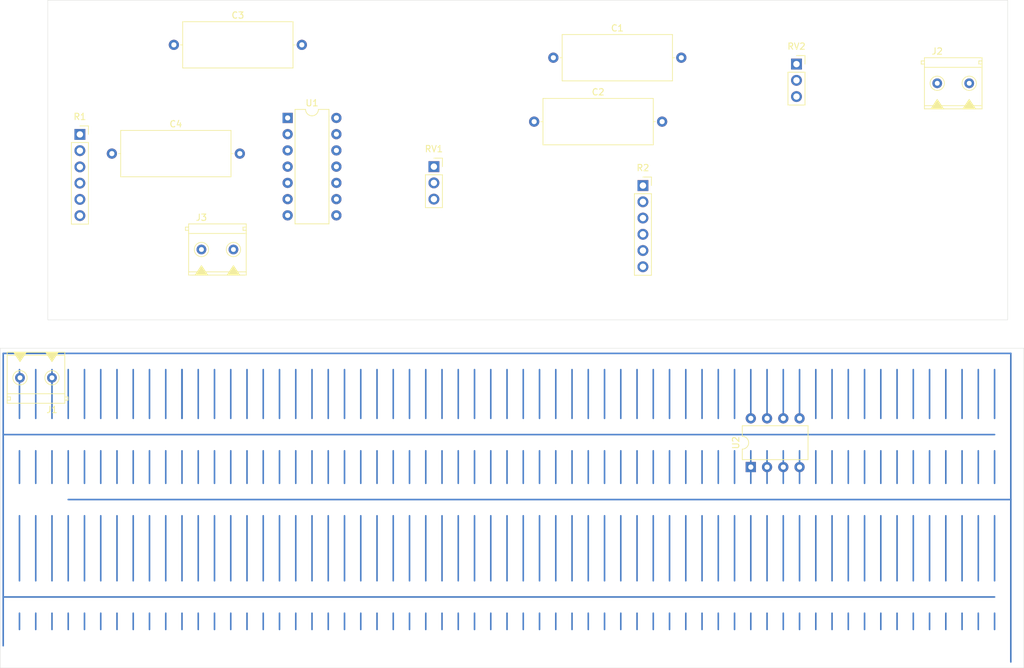
<source format=kicad_pcb>
(kicad_pcb (version 20171130) (host pcbnew "(5.1.5-0)")

  (general
    (thickness 1.6)
    (drawings 8)
    (tracks 254)
    (zones 0)
    (modules 13)
    (nets 13)
  )

  (page A4)
  (layers
    (0 F.Cu signal)
    (31 B.Cu signal)
    (32 B.Adhes user)
    (33 F.Adhes user)
    (34 B.Paste user)
    (35 F.Paste user)
    (36 B.SilkS user)
    (37 F.SilkS user)
    (38 B.Mask user)
    (39 F.Mask user)
    (40 Dwgs.User user)
    (41 Cmts.User user)
    (42 Eco1.User user)
    (43 Eco2.User user)
    (44 Edge.Cuts user)
    (45 Margin user)
    (46 B.CrtYd user)
    (47 F.CrtYd user)
    (48 B.Fab user)
    (49 F.Fab user)
  )

  (setup
    (last_trace_width 0.25)
    (trace_clearance 0.2)
    (zone_clearance 0.508)
    (zone_45_only no)
    (trace_min 0.2)
    (via_size 0.8)
    (via_drill 0.4)
    (via_min_size 0.4)
    (via_min_drill 0.3)
    (uvia_size 0.3)
    (uvia_drill 0.1)
    (uvias_allowed no)
    (uvia_min_size 0.2)
    (uvia_min_drill 0.1)
    (edge_width 0.05)
    (segment_width 0.2)
    (pcb_text_width 0.3)
    (pcb_text_size 1.5 1.5)
    (mod_edge_width 0.12)
    (mod_text_size 1 1)
    (mod_text_width 0.15)
    (pad_size 1.524 1.524)
    (pad_drill 0.762)
    (pad_to_mask_clearance 0.051)
    (solder_mask_min_width 0.25)
    (aux_axis_origin 0 0)
    (visible_elements FFFFFF7F)
    (pcbplotparams
      (layerselection 0x010fc_ffffffff)
      (usegerberextensions false)
      (usegerberattributes false)
      (usegerberadvancedattributes false)
      (creategerberjobfile false)
      (excludeedgelayer true)
      (linewidth 0.100000)
      (plotframeref false)
      (viasonmask false)
      (mode 1)
      (useauxorigin false)
      (hpglpennumber 1)
      (hpglpenspeed 20)
      (hpglpendiameter 15.000000)
      (psnegative false)
      (psa4output false)
      (plotreference true)
      (plotvalue true)
      (plotinvisibletext false)
      (padsonsilk false)
      (subtractmaskfromsilk false)
      (outputformat 1)
      (mirror false)
      (drillshape 1)
      (scaleselection 1)
      (outputdirectory ""))
  )

  (net 0 "")
  (net 1 "Net-(C1-Pad1)")
  (net 2 GND)
  (net 3 "Net-(C2-Pad2)")
  (net 4 "Net-(C3-Pad1)")
  (net 5 "Net-(C3-Pad2)")
  (net 6 "Net-(C4-Pad2)")
  (net 7 "Net-(J1-Pad1)")
  (net 8 VCC)
  (net 9 "Net-(R1-Pad1)")
  (net 10 "Net-(U2-Pad1)")
  (net 11 "Net-(U2-Pad6)")
  (net 12 "Net-(U2-Pad7)")

  (net_class Default "Ceci est la Netclass par défaut."
    (clearance 0.2)
    (trace_width 0.25)
    (via_dia 0.8)
    (via_drill 0.4)
    (uvia_dia 0.3)
    (uvia_drill 0.1)
    (add_net GND)
    (add_net "Net-(C1-Pad1)")
    (add_net "Net-(C2-Pad2)")
    (add_net "Net-(C3-Pad1)")
    (add_net "Net-(C3-Pad2)")
    (add_net "Net-(C4-Pad2)")
    (add_net "Net-(J1-Pad1)")
    (add_net "Net-(R1-Pad1)")
    (add_net "Net-(U2-Pad1)")
    (add_net "Net-(U2-Pad6)")
    (add_net "Net-(U2-Pad7)")
    (add_net VCC)
  )

  (module Capacitor_THT:C_Axial_L17.0mm_D7.0mm_P20.00mm_Horizontal placed (layer F.Cu) (tedit 5AE50EF0) (tstamp 6060456B)
    (at 119 49)
    (descr "C, Axial series, Axial, Horizontal, pin pitch=20mm, , length*diameter=17*7.0mm^2, http://cdn-reichelt.de/documents/datenblatt/B300/STYROFLEX.pdf")
    (tags "C Axial series Axial Horizontal pin pitch 20mm  length 17mm diameter 7.0mm")
    (path /60633DB8)
    (fp_text reference C1 (at 10 -4.62) (layer F.SilkS)
      (effects (font (size 1 1) (thickness 0.15)))
    )
    (fp_text value 10u (at 10 4.62) (layer F.Fab)
      (effects (font (size 1 1) (thickness 0.15)))
    )
    (fp_line (start 1.5 -3.5) (end 1.5 3.5) (layer F.Fab) (width 0.1))
    (fp_line (start 1.5 3.5) (end 18.5 3.5) (layer F.Fab) (width 0.1))
    (fp_line (start 18.5 3.5) (end 18.5 -3.5) (layer F.Fab) (width 0.1))
    (fp_line (start 18.5 -3.5) (end 1.5 -3.5) (layer F.Fab) (width 0.1))
    (fp_line (start 0 0) (end 1.5 0) (layer F.Fab) (width 0.1))
    (fp_line (start 20 0) (end 18.5 0) (layer F.Fab) (width 0.1))
    (fp_line (start 1.38 -3.62) (end 1.38 3.62) (layer F.SilkS) (width 0.12))
    (fp_line (start 1.38 3.62) (end 18.62 3.62) (layer F.SilkS) (width 0.12))
    (fp_line (start 18.62 3.62) (end 18.62 -3.62) (layer F.SilkS) (width 0.12))
    (fp_line (start 18.62 -3.62) (end 1.38 -3.62) (layer F.SilkS) (width 0.12))
    (fp_line (start 1.04 0) (end 1.38 0) (layer F.SilkS) (width 0.12))
    (fp_line (start 18.96 0) (end 18.62 0) (layer F.SilkS) (width 0.12))
    (fp_line (start -1.05 -3.75) (end -1.05 3.75) (layer F.CrtYd) (width 0.05))
    (fp_line (start -1.05 3.75) (end 21.05 3.75) (layer F.CrtYd) (width 0.05))
    (fp_line (start 21.05 3.75) (end 21.05 -3.75) (layer F.CrtYd) (width 0.05))
    (fp_line (start 21.05 -3.75) (end -1.05 -3.75) (layer F.CrtYd) (width 0.05))
    (fp_text user %R (at 10 0) (layer F.Fab)
      (effects (font (size 1 1) (thickness 0.15)))
    )
    (pad 1 thru_hole circle (at 0 0) (size 1.6 1.6) (drill 0.8) (layers *.Cu *.Mask)
      (net 1 "Net-(C1-Pad1)"))
    (pad 2 thru_hole oval (at 20 0) (size 1.6 1.6) (drill 0.8) (layers *.Cu *.Mask)
      (net 2 GND))
    (model ${KISYS3DMOD}/Capacitor_THT.3dshapes/C_Axial_L17.0mm_D7.0mm_P20.00mm_Horizontal.wrl
      (at (xyz 0 0 0))
      (scale (xyz 1 1 1))
      (rotate (xyz 0 0 0))
    )
  )

  (module Capacitor_THT:C_Axial_L17.0mm_D7.0mm_P20.00mm_Horizontal placed (layer F.Cu) (tedit 5AE50EF0) (tstamp 60604582)
    (at 116 59)
    (descr "C, Axial series, Axial, Horizontal, pin pitch=20mm, , length*diameter=17*7.0mm^2, http://cdn-reichelt.de/documents/datenblatt/B300/STYROFLEX.pdf")
    (tags "C Axial series Axial Horizontal pin pitch 20mm  length 17mm diameter 7.0mm")
    (path /60611391)
    (fp_text reference C2 (at 10 -4.62) (layer F.SilkS)
      (effects (font (size 1 1) (thickness 0.15)))
    )
    (fp_text value 10u (at 10 4.62) (layer F.Fab)
      (effects (font (size 1 1) (thickness 0.15)))
    )
    (fp_text user %R (at 10 0) (layer F.Fab)
      (effects (font (size 1 1) (thickness 0.15)))
    )
    (fp_line (start 21.05 -3.75) (end -1.05 -3.75) (layer F.CrtYd) (width 0.05))
    (fp_line (start 21.05 3.75) (end 21.05 -3.75) (layer F.CrtYd) (width 0.05))
    (fp_line (start -1.05 3.75) (end 21.05 3.75) (layer F.CrtYd) (width 0.05))
    (fp_line (start -1.05 -3.75) (end -1.05 3.75) (layer F.CrtYd) (width 0.05))
    (fp_line (start 18.96 0) (end 18.62 0) (layer F.SilkS) (width 0.12))
    (fp_line (start 1.04 0) (end 1.38 0) (layer F.SilkS) (width 0.12))
    (fp_line (start 18.62 -3.62) (end 1.38 -3.62) (layer F.SilkS) (width 0.12))
    (fp_line (start 18.62 3.62) (end 18.62 -3.62) (layer F.SilkS) (width 0.12))
    (fp_line (start 1.38 3.62) (end 18.62 3.62) (layer F.SilkS) (width 0.12))
    (fp_line (start 1.38 -3.62) (end 1.38 3.62) (layer F.SilkS) (width 0.12))
    (fp_line (start 20 0) (end 18.5 0) (layer F.Fab) (width 0.1))
    (fp_line (start 0 0) (end 1.5 0) (layer F.Fab) (width 0.1))
    (fp_line (start 18.5 -3.5) (end 1.5 -3.5) (layer F.Fab) (width 0.1))
    (fp_line (start 18.5 3.5) (end 18.5 -3.5) (layer F.Fab) (width 0.1))
    (fp_line (start 1.5 3.5) (end 18.5 3.5) (layer F.Fab) (width 0.1))
    (fp_line (start 1.5 -3.5) (end 1.5 3.5) (layer F.Fab) (width 0.1))
    (pad 2 thru_hole oval (at 20 0) (size 1.6 1.6) (drill 0.8) (layers *.Cu *.Mask)
      (net 3 "Net-(C2-Pad2)"))
    (pad 1 thru_hole circle (at 0 0) (size 1.6 1.6) (drill 0.8) (layers *.Cu *.Mask)
      (net 1 "Net-(C1-Pad1)"))
    (model ${KISYS3DMOD}/Capacitor_THT.3dshapes/C_Axial_L17.0mm_D7.0mm_P20.00mm_Horizontal.wrl
      (at (xyz 0 0 0))
      (scale (xyz 1 1 1))
      (rotate (xyz 0 0 0))
    )
  )

  (module Capacitor_THT:C_Axial_L17.0mm_D7.0mm_P20.00mm_Horizontal placed (layer F.Cu) (tedit 5AE50EF0) (tstamp 60604599)
    (at 59.69 46.99)
    (descr "C, Axial series, Axial, Horizontal, pin pitch=20mm, , length*diameter=17*7.0mm^2, http://cdn-reichelt.de/documents/datenblatt/B300/STYROFLEX.pdf")
    (tags "C Axial series Axial Horizontal pin pitch 20mm  length 17mm diameter 7.0mm")
    (path /605C96CB)
    (fp_text reference C3 (at 10 -4.62) (layer F.SilkS)
      (effects (font (size 1 1) (thickness 0.15)))
    )
    (fp_text value 10u (at 10 4.62) (layer F.Fab)
      (effects (font (size 1 1) (thickness 0.15)))
    )
    (fp_line (start 1.5 -3.5) (end 1.5 3.5) (layer F.Fab) (width 0.1))
    (fp_line (start 1.5 3.5) (end 18.5 3.5) (layer F.Fab) (width 0.1))
    (fp_line (start 18.5 3.5) (end 18.5 -3.5) (layer F.Fab) (width 0.1))
    (fp_line (start 18.5 -3.5) (end 1.5 -3.5) (layer F.Fab) (width 0.1))
    (fp_line (start 0 0) (end 1.5 0) (layer F.Fab) (width 0.1))
    (fp_line (start 20 0) (end 18.5 0) (layer F.Fab) (width 0.1))
    (fp_line (start 1.38 -3.62) (end 1.38 3.62) (layer F.SilkS) (width 0.12))
    (fp_line (start 1.38 3.62) (end 18.62 3.62) (layer F.SilkS) (width 0.12))
    (fp_line (start 18.62 3.62) (end 18.62 -3.62) (layer F.SilkS) (width 0.12))
    (fp_line (start 18.62 -3.62) (end 1.38 -3.62) (layer F.SilkS) (width 0.12))
    (fp_line (start 1.04 0) (end 1.38 0) (layer F.SilkS) (width 0.12))
    (fp_line (start 18.96 0) (end 18.62 0) (layer F.SilkS) (width 0.12))
    (fp_line (start -1.05 -3.75) (end -1.05 3.75) (layer F.CrtYd) (width 0.05))
    (fp_line (start -1.05 3.75) (end 21.05 3.75) (layer F.CrtYd) (width 0.05))
    (fp_line (start 21.05 3.75) (end 21.05 -3.75) (layer F.CrtYd) (width 0.05))
    (fp_line (start 21.05 -3.75) (end -1.05 -3.75) (layer F.CrtYd) (width 0.05))
    (fp_text user %R (at 10 0) (layer F.Fab)
      (effects (font (size 1 1) (thickness 0.15)))
    )
    (pad 1 thru_hole circle (at 0 0) (size 1.6 1.6) (drill 0.8) (layers *.Cu *.Mask)
      (net 4 "Net-(C3-Pad1)"))
    (pad 2 thru_hole oval (at 20 0) (size 1.6 1.6) (drill 0.8) (layers *.Cu *.Mask)
      (net 5 "Net-(C3-Pad2)"))
    (model ${KISYS3DMOD}/Capacitor_THT.3dshapes/C_Axial_L17.0mm_D7.0mm_P20.00mm_Horizontal.wrl
      (at (xyz 0 0 0))
      (scale (xyz 1 1 1))
      (rotate (xyz 0 0 0))
    )
  )

  (module Capacitor_THT:C_Axial_L17.0mm_D7.0mm_P20.00mm_Horizontal placed (layer F.Cu) (tedit 5AE50EF0) (tstamp 606045B0)
    (at 50 64)
    (descr "C, Axial series, Axial, Horizontal, pin pitch=20mm, , length*diameter=17*7.0mm^2, http://cdn-reichelt.de/documents/datenblatt/B300/STYROFLEX.pdf")
    (tags "C Axial series Axial Horizontal pin pitch 20mm  length 17mm diameter 7.0mm")
    (path /605CF0F7)
    (fp_text reference C4 (at 10 -4.62) (layer F.SilkS)
      (effects (font (size 1 1) (thickness 0.15)))
    )
    (fp_text value 10u (at 10 4.62) (layer F.Fab)
      (effects (font (size 1 1) (thickness 0.15)))
    )
    (fp_text user %R (at 10 0) (layer F.Fab)
      (effects (font (size 1 1) (thickness 0.15)))
    )
    (fp_line (start 21.05 -3.75) (end -1.05 -3.75) (layer F.CrtYd) (width 0.05))
    (fp_line (start 21.05 3.75) (end 21.05 -3.75) (layer F.CrtYd) (width 0.05))
    (fp_line (start -1.05 3.75) (end 21.05 3.75) (layer F.CrtYd) (width 0.05))
    (fp_line (start -1.05 -3.75) (end -1.05 3.75) (layer F.CrtYd) (width 0.05))
    (fp_line (start 18.96 0) (end 18.62 0) (layer F.SilkS) (width 0.12))
    (fp_line (start 1.04 0) (end 1.38 0) (layer F.SilkS) (width 0.12))
    (fp_line (start 18.62 -3.62) (end 1.38 -3.62) (layer F.SilkS) (width 0.12))
    (fp_line (start 18.62 3.62) (end 18.62 -3.62) (layer F.SilkS) (width 0.12))
    (fp_line (start 1.38 3.62) (end 18.62 3.62) (layer F.SilkS) (width 0.12))
    (fp_line (start 1.38 -3.62) (end 1.38 3.62) (layer F.SilkS) (width 0.12))
    (fp_line (start 20 0) (end 18.5 0) (layer F.Fab) (width 0.1))
    (fp_line (start 0 0) (end 1.5 0) (layer F.Fab) (width 0.1))
    (fp_line (start 18.5 -3.5) (end 1.5 -3.5) (layer F.Fab) (width 0.1))
    (fp_line (start 18.5 3.5) (end 18.5 -3.5) (layer F.Fab) (width 0.1))
    (fp_line (start 1.5 3.5) (end 18.5 3.5) (layer F.Fab) (width 0.1))
    (fp_line (start 1.5 -3.5) (end 1.5 3.5) (layer F.Fab) (width 0.1))
    (pad 2 thru_hole oval (at 20 0) (size 1.6 1.6) (drill 0.8) (layers *.Cu *.Mask)
      (net 6 "Net-(C4-Pad2)"))
    (pad 1 thru_hole circle (at 0 0) (size 1.6 1.6) (drill 0.8) (layers *.Cu *.Mask)
      (net 2 GND))
    (model ${KISYS3DMOD}/Capacitor_THT.3dshapes/C_Axial_L17.0mm_D7.0mm_P20.00mm_Horizontal.wrl
      (at (xyz 0 0 0))
      (scale (xyz 1 1 1))
      (rotate (xyz 0 0 0))
    )
  )

  (module EH_Modules:Bornier_2pts_L10mm_W9mm_P5mm (layer F.Cu) (tedit 5F60E0AB) (tstamp 606045CF)
    (at 40.64 99.06 180)
    (tags "Bornier 5mm 5MM")
    (path /605D37B0)
    (fp_text reference J1 (at 0 -5) (layer F.SilkS)
      (effects (font (size 1 1) (thickness 0.15)))
    )
    (fp_text value Conn_01x02 (at 0 5) (layer F.Fab)
      (effects (font (size 1 1) (thickness 0.15)))
    )
    (fp_line (start -2 -4) (end -2 4) (layer F.SilkS) (width 0.12))
    (fp_line (start -2 4) (end 7 4) (layer F.SilkS) (width 0.12))
    (fp_line (start 7 4) (end 7 -4) (layer F.SilkS) (width 0.12))
    (fp_line (start 7 -4) (end -2 -4) (layer F.SilkS) (width 0.12))
    (fp_line (start -2 -2.5) (end 7 -2.5) (layer F.SilkS) (width 0.12))
    (fp_circle (center 0 0) (end 1 0.5) (layer F.SilkS) (width 0.12))
    (fp_circle (center 5 0) (end 6 0.5) (layer F.SilkS) (width 0.12))
    (fp_line (start -2 3.5) (end 7 3.5) (layer F.SilkS) (width 0.12))
    (fp_poly (pts (xy 1 4) (xy -1 4) (xy 0 2.5)) (layer F.SilkS) (width 0.1))
    (fp_poly (pts (xy 6 4) (xy 4 4) (xy 5 2.5)) (layer F.SilkS) (width 0.1))
    (fp_line (start 7 -3.5) (end 6.5 -3.5) (layer F.SilkS) (width 0.12))
    (fp_line (start 6.5 -3.5) (end 6.5 -3) (layer F.SilkS) (width 0.12))
    (fp_line (start 6.5 -3) (end 7 -3) (layer F.SilkS) (width 0.12))
    (fp_line (start -2 -3.5) (end -2.5 -3.5) (layer F.SilkS) (width 0.12))
    (fp_line (start -2.5 -3.5) (end -2.5 -3) (layer F.SilkS) (width 0.12))
    (fp_line (start -2.5 -3) (end -2 -3) (layer F.SilkS) (width 0.12))
    (fp_line (start -2 -4) (end 7 -4) (layer F.CrtYd) (width 0.12))
    (fp_line (start 7 -4) (end 7 4) (layer F.CrtYd) (width 0.12))
    (fp_line (start 7 4) (end -2 4) (layer F.CrtYd) (width 0.12))
    (fp_line (start -2 4) (end -2 -4) (layer F.CrtYd) (width 0.12))
    (fp_line (start -2 -4) (end 7 -4) (layer F.Fab) (width 0.12))
    (fp_line (start 7 -4) (end 7 4) (layer F.Fab) (width 0.12))
    (fp_line (start 7 4) (end -2 4) (layer F.Fab) (width 0.12))
    (fp_line (start -2 4) (end -2 -4) (layer F.Fab) (width 0.12))
    (fp_text user %R (at 3 -1.5) (layer F.Fab)
      (effects (font (size 1 1) (thickness 0.15)))
    )
    (pad 1 thru_hole circle (at 0 0 180) (size 1.524 1.524) (drill 0.762) (layers *.Cu *.Mask)
      (net 7 "Net-(J1-Pad1)"))
    (pad 2 thru_hole circle (at 5 0 180) (size 1.524 1.524) (drill 0.762) (layers *.Cu *.Mask)
      (net 2 GND))
  )

  (module EH_Modules:Bornier_2pts_L10mm_W9mm_P5mm (layer F.Cu) (tedit 5F60E0AB) (tstamp 606045EE)
    (at 179 53)
    (tags "Bornier 5mm 5MM")
    (path /605D6C5A)
    (fp_text reference J2 (at 0 -5) (layer F.SilkS)
      (effects (font (size 1 1) (thickness 0.15)))
    )
    (fp_text value Conn_01x02 (at 0 5) (layer F.Fab)
      (effects (font (size 1 1) (thickness 0.15)))
    )
    (fp_text user %R (at 3 -1.5) (layer F.Fab)
      (effects (font (size 1 1) (thickness 0.15)))
    )
    (fp_line (start -2 4) (end -2 -4) (layer F.Fab) (width 0.12))
    (fp_line (start 7 4) (end -2 4) (layer F.Fab) (width 0.12))
    (fp_line (start 7 -4) (end 7 4) (layer F.Fab) (width 0.12))
    (fp_line (start -2 -4) (end 7 -4) (layer F.Fab) (width 0.12))
    (fp_line (start -2 4) (end -2 -4) (layer F.CrtYd) (width 0.12))
    (fp_line (start 7 4) (end -2 4) (layer F.CrtYd) (width 0.12))
    (fp_line (start 7 -4) (end 7 4) (layer F.CrtYd) (width 0.12))
    (fp_line (start -2 -4) (end 7 -4) (layer F.CrtYd) (width 0.12))
    (fp_line (start -2.5 -3) (end -2 -3) (layer F.SilkS) (width 0.12))
    (fp_line (start -2.5 -3.5) (end -2.5 -3) (layer F.SilkS) (width 0.12))
    (fp_line (start -2 -3.5) (end -2.5 -3.5) (layer F.SilkS) (width 0.12))
    (fp_line (start 6.5 -3) (end 7 -3) (layer F.SilkS) (width 0.12))
    (fp_line (start 6.5 -3.5) (end 6.5 -3) (layer F.SilkS) (width 0.12))
    (fp_line (start 7 -3.5) (end 6.5 -3.5) (layer F.SilkS) (width 0.12))
    (fp_poly (pts (xy 6 4) (xy 4 4) (xy 5 2.5)) (layer F.SilkS) (width 0.1))
    (fp_poly (pts (xy 1 4) (xy -1 4) (xy 0 2.5)) (layer F.SilkS) (width 0.1))
    (fp_line (start -2 3.5) (end 7 3.5) (layer F.SilkS) (width 0.12))
    (fp_circle (center 5 0) (end 6 0.5) (layer F.SilkS) (width 0.12))
    (fp_circle (center 0 0) (end 1 0.5) (layer F.SilkS) (width 0.12))
    (fp_line (start -2 -2.5) (end 7 -2.5) (layer F.SilkS) (width 0.12))
    (fp_line (start 7 -4) (end -2 -4) (layer F.SilkS) (width 0.12))
    (fp_line (start 7 4) (end 7 -4) (layer F.SilkS) (width 0.12))
    (fp_line (start -2 4) (end 7 4) (layer F.SilkS) (width 0.12))
    (fp_line (start -2 -4) (end -2 4) (layer F.SilkS) (width 0.12))
    (pad 2 thru_hole circle (at 5 0) (size 1.524 1.524) (drill 0.762) (layers *.Cu *.Mask)
      (net 2 GND))
    (pad 1 thru_hole circle (at 0 0) (size 1.524 1.524) (drill 0.762) (layers *.Cu *.Mask)
      (net 3 "Net-(C2-Pad2)"))
  )

  (module EH_Modules:Bornier_2pts_L10mm_W9mm_P5mm (layer F.Cu) (tedit 5F60E0AB) (tstamp 6060460D)
    (at 64 79)
    (tags "Bornier 5mm 5MM")
    (path /605DDC07)
    (fp_text reference J3 (at 0 -5) (layer F.SilkS)
      (effects (font (size 1 1) (thickness 0.15)))
    )
    (fp_text value Conn_01x02 (at 0 5) (layer F.Fab)
      (effects (font (size 1 1) (thickness 0.15)))
    )
    (fp_line (start -2 -4) (end -2 4) (layer F.SilkS) (width 0.12))
    (fp_line (start -2 4) (end 7 4) (layer F.SilkS) (width 0.12))
    (fp_line (start 7 4) (end 7 -4) (layer F.SilkS) (width 0.12))
    (fp_line (start 7 -4) (end -2 -4) (layer F.SilkS) (width 0.12))
    (fp_line (start -2 -2.5) (end 7 -2.5) (layer F.SilkS) (width 0.12))
    (fp_circle (center 0 0) (end 1 0.5) (layer F.SilkS) (width 0.12))
    (fp_circle (center 5 0) (end 6 0.5) (layer F.SilkS) (width 0.12))
    (fp_line (start -2 3.5) (end 7 3.5) (layer F.SilkS) (width 0.12))
    (fp_poly (pts (xy 1 4) (xy -1 4) (xy 0 2.5)) (layer F.SilkS) (width 0.1))
    (fp_poly (pts (xy 6 4) (xy 4 4) (xy 5 2.5)) (layer F.SilkS) (width 0.1))
    (fp_line (start 7 -3.5) (end 6.5 -3.5) (layer F.SilkS) (width 0.12))
    (fp_line (start 6.5 -3.5) (end 6.5 -3) (layer F.SilkS) (width 0.12))
    (fp_line (start 6.5 -3) (end 7 -3) (layer F.SilkS) (width 0.12))
    (fp_line (start -2 -3.5) (end -2.5 -3.5) (layer F.SilkS) (width 0.12))
    (fp_line (start -2.5 -3.5) (end -2.5 -3) (layer F.SilkS) (width 0.12))
    (fp_line (start -2.5 -3) (end -2 -3) (layer F.SilkS) (width 0.12))
    (fp_line (start -2 -4) (end 7 -4) (layer F.CrtYd) (width 0.12))
    (fp_line (start 7 -4) (end 7 4) (layer F.CrtYd) (width 0.12))
    (fp_line (start 7 4) (end -2 4) (layer F.CrtYd) (width 0.12))
    (fp_line (start -2 4) (end -2 -4) (layer F.CrtYd) (width 0.12))
    (fp_line (start -2 -4) (end 7 -4) (layer F.Fab) (width 0.12))
    (fp_line (start 7 -4) (end 7 4) (layer F.Fab) (width 0.12))
    (fp_line (start 7 4) (end -2 4) (layer F.Fab) (width 0.12))
    (fp_line (start -2 4) (end -2 -4) (layer F.Fab) (width 0.12))
    (fp_text user %R (at 3 -1.5) (layer F.Fab)
      (effects (font (size 1 1) (thickness 0.15)))
    )
    (pad 1 thru_hole circle (at 0 0) (size 1.524 1.524) (drill 0.762) (layers *.Cu *.Mask)
      (net 8 VCC))
    (pad 2 thru_hole circle (at 5 0) (size 1.524 1.524) (drill 0.762) (layers *.Cu *.Mask)
      (net 2 GND))
  )

  (module Connector_PinSocket_2.54mm:PinSocket_1x06_P2.54mm_Vertical placed (layer F.Cu) (tedit 5A19A430) (tstamp 60604627)
    (at 45 61)
    (descr "Through hole straight socket strip, 1x06, 2.54mm pitch, single row (from Kicad 4.0.7), script generated")
    (tags "Through hole socket strip THT 1x06 2.54mm single row")
    (path /605BB7B2)
    (fp_text reference R1 (at 0 -2.77) (layer F.SilkS)
      (effects (font (size 1 1) (thickness 0.15)))
    )
    (fp_text value 1k (at 0 15.47) (layer F.Fab)
      (effects (font (size 1 1) (thickness 0.15)))
    )
    (fp_line (start -1.27 -1.27) (end 0.635 -1.27) (layer F.Fab) (width 0.1))
    (fp_line (start 0.635 -1.27) (end 1.27 -0.635) (layer F.Fab) (width 0.1))
    (fp_line (start 1.27 -0.635) (end 1.27 13.97) (layer F.Fab) (width 0.1))
    (fp_line (start 1.27 13.97) (end -1.27 13.97) (layer F.Fab) (width 0.1))
    (fp_line (start -1.27 13.97) (end -1.27 -1.27) (layer F.Fab) (width 0.1))
    (fp_line (start -1.33 1.27) (end 1.33 1.27) (layer F.SilkS) (width 0.12))
    (fp_line (start -1.33 1.27) (end -1.33 14.03) (layer F.SilkS) (width 0.12))
    (fp_line (start -1.33 14.03) (end 1.33 14.03) (layer F.SilkS) (width 0.12))
    (fp_line (start 1.33 1.27) (end 1.33 14.03) (layer F.SilkS) (width 0.12))
    (fp_line (start 1.33 -1.33) (end 1.33 0) (layer F.SilkS) (width 0.12))
    (fp_line (start 0 -1.33) (end 1.33 -1.33) (layer F.SilkS) (width 0.12))
    (fp_line (start -1.8 -1.8) (end 1.75 -1.8) (layer F.CrtYd) (width 0.05))
    (fp_line (start 1.75 -1.8) (end 1.75 14.45) (layer F.CrtYd) (width 0.05))
    (fp_line (start 1.75 14.45) (end -1.8 14.45) (layer F.CrtYd) (width 0.05))
    (fp_line (start -1.8 14.45) (end -1.8 -1.8) (layer F.CrtYd) (width 0.05))
    (fp_text user %R (at 0 6.35 90) (layer F.Fab)
      (effects (font (size 1 1) (thickness 0.15)))
    )
    (pad 1 thru_hole rect (at 0 0) (size 1.7 1.7) (drill 1) (layers *.Cu *.Mask)
      (net 9 "Net-(R1-Pad1)"))
    (pad 2 thru_hole oval (at 0 2.54) (size 1.7 1.7) (drill 1) (layers *.Cu *.Mask)
      (net 7 "Net-(J1-Pad1)"))
    (pad 3 thru_hole oval (at 0 5.08) (size 1.7 1.7) (drill 1) (layers *.Cu *.Mask))
    (pad 4 thru_hole oval (at 0 7.62) (size 1.7 1.7) (drill 1) (layers *.Cu *.Mask))
    (pad 5 thru_hole oval (at 0 10.16) (size 1.7 1.7) (drill 1) (layers *.Cu *.Mask))
    (pad 6 thru_hole oval (at 0 12.7) (size 1.7 1.7) (drill 1) (layers *.Cu *.Mask))
    (model ${KISYS3DMOD}/Connector_PinSocket_2.54mm.3dshapes/PinSocket_1x06_P2.54mm_Vertical.wrl
      (at (xyz 0 0 0))
      (scale (xyz 1 1 1))
      (rotate (xyz 0 0 0))
    )
  )

  (module Connector_PinSocket_2.54mm:PinSocket_1x06_P2.54mm_Vertical placed (layer F.Cu) (tedit 5A19A430) (tstamp 60604641)
    (at 133 69)
    (descr "Through hole straight socket strip, 1x06, 2.54mm pitch, single row (from Kicad 4.0.7), script generated")
    (tags "Through hole socket strip THT 1x06 2.54mm single row")
    (path /606343F6)
    (fp_text reference R2 (at 0 -2.77) (layer F.SilkS)
      (effects (font (size 1 1) (thickness 0.15)))
    )
    (fp_text value 10k (at 0 15.47) (layer F.Fab)
      (effects (font (size 1 1) (thickness 0.15)))
    )
    (fp_text user %R (at 0 6.35 90) (layer F.Fab)
      (effects (font (size 1 1) (thickness 0.15)))
    )
    (fp_line (start -1.8 14.45) (end -1.8 -1.8) (layer F.CrtYd) (width 0.05))
    (fp_line (start 1.75 14.45) (end -1.8 14.45) (layer F.CrtYd) (width 0.05))
    (fp_line (start 1.75 -1.8) (end 1.75 14.45) (layer F.CrtYd) (width 0.05))
    (fp_line (start -1.8 -1.8) (end 1.75 -1.8) (layer F.CrtYd) (width 0.05))
    (fp_line (start 0 -1.33) (end 1.33 -1.33) (layer F.SilkS) (width 0.12))
    (fp_line (start 1.33 -1.33) (end 1.33 0) (layer F.SilkS) (width 0.12))
    (fp_line (start 1.33 1.27) (end 1.33 14.03) (layer F.SilkS) (width 0.12))
    (fp_line (start -1.33 14.03) (end 1.33 14.03) (layer F.SilkS) (width 0.12))
    (fp_line (start -1.33 1.27) (end -1.33 14.03) (layer F.SilkS) (width 0.12))
    (fp_line (start -1.33 1.27) (end 1.33 1.27) (layer F.SilkS) (width 0.12))
    (fp_line (start -1.27 13.97) (end -1.27 -1.27) (layer F.Fab) (width 0.1))
    (fp_line (start 1.27 13.97) (end -1.27 13.97) (layer F.Fab) (width 0.1))
    (fp_line (start 1.27 -0.635) (end 1.27 13.97) (layer F.Fab) (width 0.1))
    (fp_line (start 0.635 -1.27) (end 1.27 -0.635) (layer F.Fab) (width 0.1))
    (fp_line (start -1.27 -1.27) (end 0.635 -1.27) (layer F.Fab) (width 0.1))
    (pad 6 thru_hole oval (at 0 12.7) (size 1.7 1.7) (drill 1) (layers *.Cu *.Mask))
    (pad 5 thru_hole oval (at 0 10.16) (size 1.7 1.7) (drill 1) (layers *.Cu *.Mask))
    (pad 4 thru_hole oval (at 0 7.62) (size 1.7 1.7) (drill 1) (layers *.Cu *.Mask))
    (pad 3 thru_hole oval (at 0 5.08) (size 1.7 1.7) (drill 1) (layers *.Cu *.Mask))
    (pad 2 thru_hole oval (at 0 2.54) (size 1.7 1.7) (drill 1) (layers *.Cu *.Mask)
      (net 3 "Net-(C2-Pad2)"))
    (pad 1 thru_hole rect (at 0 0) (size 1.7 1.7) (drill 1) (layers *.Cu *.Mask)
      (net 8 VCC))
    (model ${KISYS3DMOD}/Connector_PinSocket_2.54mm.3dshapes/PinSocket_1x06_P2.54mm_Vertical.wrl
      (at (xyz 0 0 0))
      (scale (xyz 1 1 1))
      (rotate (xyz 0 0 0))
    )
  )

  (module Connector_PinSocket_2.54mm:PinSocket_1x03_P2.54mm_Vertical placed (layer F.Cu) (tedit 5A19A429) (tstamp 60604658)
    (at 100.33 66.04)
    (descr "Through hole straight socket strip, 1x03, 2.54mm pitch, single row (from Kicad 4.0.7), script generated")
    (tags "Through hole socket strip THT 1x03 2.54mm single row")
    (path /605FC834)
    (fp_text reference RV1 (at 0 -2.77) (layer F.SilkS)
      (effects (font (size 1 1) (thickness 0.15)))
    )
    (fp_text value 10k (at 0 7.85) (layer F.Fab)
      (effects (font (size 1 1) (thickness 0.15)))
    )
    (fp_line (start -1.27 -1.27) (end 0.635 -1.27) (layer F.Fab) (width 0.1))
    (fp_line (start 0.635 -1.27) (end 1.27 -0.635) (layer F.Fab) (width 0.1))
    (fp_line (start 1.27 -0.635) (end 1.27 6.35) (layer F.Fab) (width 0.1))
    (fp_line (start 1.27 6.35) (end -1.27 6.35) (layer F.Fab) (width 0.1))
    (fp_line (start -1.27 6.35) (end -1.27 -1.27) (layer F.Fab) (width 0.1))
    (fp_line (start -1.33 1.27) (end 1.33 1.27) (layer F.SilkS) (width 0.12))
    (fp_line (start -1.33 1.27) (end -1.33 6.41) (layer F.SilkS) (width 0.12))
    (fp_line (start -1.33 6.41) (end 1.33 6.41) (layer F.SilkS) (width 0.12))
    (fp_line (start 1.33 1.27) (end 1.33 6.41) (layer F.SilkS) (width 0.12))
    (fp_line (start 1.33 -1.33) (end 1.33 0) (layer F.SilkS) (width 0.12))
    (fp_line (start 0 -1.33) (end 1.33 -1.33) (layer F.SilkS) (width 0.12))
    (fp_line (start -1.8 -1.8) (end 1.75 -1.8) (layer F.CrtYd) (width 0.05))
    (fp_line (start 1.75 -1.8) (end 1.75 6.85) (layer F.CrtYd) (width 0.05))
    (fp_line (start 1.75 6.85) (end -1.8 6.85) (layer F.CrtYd) (width 0.05))
    (fp_line (start -1.8 6.85) (end -1.8 -1.8) (layer F.CrtYd) (width 0.05))
    (fp_text user %R (at 0 2.54 90) (layer F.Fab)
      (effects (font (size 1 1) (thickness 0.15)))
    )
    (pad 1 thru_hole rect (at 0 0) (size 1.7 1.7) (drill 1) (layers *.Cu *.Mask)
      (net 1 "Net-(C1-Pad1)"))
    (pad 2 thru_hole oval (at 0 2.54) (size 1.7 1.7) (drill 1) (layers *.Cu *.Mask)
      (net 1 "Net-(C1-Pad1)"))
    (pad 3 thru_hole oval (at 0 5.08) (size 1.7 1.7) (drill 1) (layers *.Cu *.Mask)
      (net 9 "Net-(R1-Pad1)"))
    (model ${KISYS3DMOD}/Connector_PinSocket_2.54mm.3dshapes/PinSocket_1x03_P2.54mm_Vertical.wrl
      (at (xyz 0 0 0))
      (scale (xyz 1 1 1))
      (rotate (xyz 0 0 0))
    )
  )

  (module Connector_PinSocket_2.54mm:PinSocket_1x03_P2.54mm_Vertical (layer F.Cu) (tedit 5A19A429) (tstamp 6060466F)
    (at 157 50)
    (descr "Through hole straight socket strip, 1x03, 2.54mm pitch, single row (from Kicad 4.0.7), script generated")
    (tags "Through hole socket strip THT 1x03 2.54mm single row")
    (path /605FFC42)
    (fp_text reference RV2 (at 0 -2.77) (layer F.SilkS)
      (effects (font (size 1 1) (thickness 0.15)))
    )
    (fp_text value 100k (at 0 7.85) (layer F.Fab)
      (effects (font (size 1 1) (thickness 0.15)))
    )
    (fp_text user %R (at 0 2.54 90) (layer F.Fab)
      (effects (font (size 1 1) (thickness 0.15)))
    )
    (fp_line (start -1.8 6.85) (end -1.8 -1.8) (layer F.CrtYd) (width 0.05))
    (fp_line (start 1.75 6.85) (end -1.8 6.85) (layer F.CrtYd) (width 0.05))
    (fp_line (start 1.75 -1.8) (end 1.75 6.85) (layer F.CrtYd) (width 0.05))
    (fp_line (start -1.8 -1.8) (end 1.75 -1.8) (layer F.CrtYd) (width 0.05))
    (fp_line (start 0 -1.33) (end 1.33 -1.33) (layer F.SilkS) (width 0.12))
    (fp_line (start 1.33 -1.33) (end 1.33 0) (layer F.SilkS) (width 0.12))
    (fp_line (start 1.33 1.27) (end 1.33 6.41) (layer F.SilkS) (width 0.12))
    (fp_line (start -1.33 6.41) (end 1.33 6.41) (layer F.SilkS) (width 0.12))
    (fp_line (start -1.33 1.27) (end -1.33 6.41) (layer F.SilkS) (width 0.12))
    (fp_line (start -1.33 1.27) (end 1.33 1.27) (layer F.SilkS) (width 0.12))
    (fp_line (start -1.27 6.35) (end -1.27 -1.27) (layer F.Fab) (width 0.1))
    (fp_line (start 1.27 6.35) (end -1.27 6.35) (layer F.Fab) (width 0.1))
    (fp_line (start 1.27 -0.635) (end 1.27 6.35) (layer F.Fab) (width 0.1))
    (fp_line (start 0.635 -1.27) (end 1.27 -0.635) (layer F.Fab) (width 0.1))
    (fp_line (start -1.27 -1.27) (end 0.635 -1.27) (layer F.Fab) (width 0.1))
    (pad 3 thru_hole oval (at 0 5.08) (size 1.7 1.7) (drill 1) (layers *.Cu *.Mask)
      (net 3 "Net-(C2-Pad2)"))
    (pad 2 thru_hole oval (at 0 2.54) (size 1.7 1.7) (drill 1) (layers *.Cu *.Mask)
      (net 2 GND))
    (pad 1 thru_hole rect (at 0 0) (size 1.7 1.7) (drill 1) (layers *.Cu *.Mask)
      (net 2 GND))
    (model ${KISYS3DMOD}/Connector_PinSocket_2.54mm.3dshapes/PinSocket_1x03_P2.54mm_Vertical.wrl
      (at (xyz 0 0 0))
      (scale (xyz 1 1 1))
      (rotate (xyz 0 0 0))
    )
  )

  (module Package_DIP:DIP-14_W7.62mm placed (layer F.Cu) (tedit 5A02E8C5) (tstamp 60604691)
    (at 77.47 58.42)
    (descr "14-lead though-hole mounted DIP package, row spacing 7.62 mm (300 mils)")
    (tags "THT DIP DIL PDIP 2.54mm 7.62mm 300mil")
    (path /605B9BC0)
    (fp_text reference U1 (at 3.81 -2.33) (layer F.SilkS)
      (effects (font (size 1 1) (thickness 0.15)))
    )
    (fp_text value LM348D (at 3.81 17.57) (layer F.Fab)
      (effects (font (size 1 1) (thickness 0.15)))
    )
    (fp_arc (start 3.81 -1.33) (end 2.81 -1.33) (angle -180) (layer F.SilkS) (width 0.12))
    (fp_line (start 1.635 -1.27) (end 6.985 -1.27) (layer F.Fab) (width 0.1))
    (fp_line (start 6.985 -1.27) (end 6.985 16.51) (layer F.Fab) (width 0.1))
    (fp_line (start 6.985 16.51) (end 0.635 16.51) (layer F.Fab) (width 0.1))
    (fp_line (start 0.635 16.51) (end 0.635 -0.27) (layer F.Fab) (width 0.1))
    (fp_line (start 0.635 -0.27) (end 1.635 -1.27) (layer F.Fab) (width 0.1))
    (fp_line (start 2.81 -1.33) (end 1.16 -1.33) (layer F.SilkS) (width 0.12))
    (fp_line (start 1.16 -1.33) (end 1.16 16.57) (layer F.SilkS) (width 0.12))
    (fp_line (start 1.16 16.57) (end 6.46 16.57) (layer F.SilkS) (width 0.12))
    (fp_line (start 6.46 16.57) (end 6.46 -1.33) (layer F.SilkS) (width 0.12))
    (fp_line (start 6.46 -1.33) (end 4.81 -1.33) (layer F.SilkS) (width 0.12))
    (fp_line (start -1.1 -1.55) (end -1.1 16.8) (layer F.CrtYd) (width 0.05))
    (fp_line (start -1.1 16.8) (end 8.7 16.8) (layer F.CrtYd) (width 0.05))
    (fp_line (start 8.7 16.8) (end 8.7 -1.55) (layer F.CrtYd) (width 0.05))
    (fp_line (start 8.7 -1.55) (end -1.1 -1.55) (layer F.CrtYd) (width 0.05))
    (fp_text user %R (at 3.81 7.62) (layer F.Fab)
      (effects (font (size 1 1) (thickness 0.15)))
    )
    (pad 1 thru_hole rect (at 0 0) (size 1.6 1.6) (drill 0.8) (layers *.Cu *.Mask)
      (net 1 "Net-(C1-Pad1)"))
    (pad 8 thru_hole oval (at 7.62 15.24) (size 1.6 1.6) (drill 0.8) (layers *.Cu *.Mask)
      (net 8 VCC))
    (pad 2 thru_hole oval (at 0 2.54) (size 1.6 1.6) (drill 0.8) (layers *.Cu *.Mask)
      (net 9 "Net-(R1-Pad1)"))
    (pad 9 thru_hole oval (at 7.62 12.7) (size 1.6 1.6) (drill 0.8) (layers *.Cu *.Mask))
    (pad 3 thru_hole oval (at 0 5.08) (size 1.6 1.6) (drill 0.8) (layers *.Cu *.Mask)
      (net 2 GND))
    (pad 10 thru_hole oval (at 7.62 10.16) (size 1.6 1.6) (drill 0.8) (layers *.Cu *.Mask))
    (pad 4 thru_hole oval (at 0 7.62) (size 1.6 1.6) (drill 0.8) (layers *.Cu *.Mask)
      (net 6 "Net-(C4-Pad2)"))
    (pad 11 thru_hole oval (at 7.62 7.62) (size 1.6 1.6) (drill 0.8) (layers *.Cu *.Mask))
    (pad 5 thru_hole oval (at 0 10.16) (size 1.6 1.6) (drill 0.8) (layers *.Cu *.Mask))
    (pad 12 thru_hole oval (at 7.62 5.08) (size 1.6 1.6) (drill 0.8) (layers *.Cu *.Mask))
    (pad 6 thru_hole oval (at 0 12.7) (size 1.6 1.6) (drill 0.8) (layers *.Cu *.Mask))
    (pad 13 thru_hole oval (at 7.62 2.54) (size 1.6 1.6) (drill 0.8) (layers *.Cu *.Mask))
    (pad 7 thru_hole oval (at 0 15.24) (size 1.6 1.6) (drill 0.8) (layers *.Cu *.Mask))
    (pad 14 thru_hole oval (at 7.62 0) (size 1.6 1.6) (drill 0.8) (layers *.Cu *.Mask))
    (model ${KISYS3DMOD}/Package_DIP.3dshapes/DIP-14_W7.62mm.wrl
      (at (xyz 0 0 0))
      (scale (xyz 1 1 1))
      (rotate (xyz 0 0 0))
    )
  )

  (module Package_DIP:DIP-8_W7.62mm placed (layer F.Cu) (tedit 5A02E8C5) (tstamp 606046AD)
    (at 149.86 113.03 90)
    (descr "8-lead though-hole mounted DIP package, row spacing 7.62 mm (300 mils)")
    (tags "THT DIP DIL PDIP 2.54mm 7.62mm 300mil")
    (path /605C67EF)
    (fp_text reference U2 (at 3.81 -2.33 90) (layer F.SilkS)
      (effects (font (size 1 1) (thickness 0.15)))
    )
    (fp_text value MAX1044 (at 3.81 9.95 90) (layer F.Fab)
      (effects (font (size 1 1) (thickness 0.15)))
    )
    (fp_arc (start 3.81 -1.33) (end 2.81 -1.33) (angle -180) (layer F.SilkS) (width 0.12))
    (fp_line (start 1.635 -1.27) (end 6.985 -1.27) (layer F.Fab) (width 0.1))
    (fp_line (start 6.985 -1.27) (end 6.985 8.89) (layer F.Fab) (width 0.1))
    (fp_line (start 6.985 8.89) (end 0.635 8.89) (layer F.Fab) (width 0.1))
    (fp_line (start 0.635 8.89) (end 0.635 -0.27) (layer F.Fab) (width 0.1))
    (fp_line (start 0.635 -0.27) (end 1.635 -1.27) (layer F.Fab) (width 0.1))
    (fp_line (start 2.81 -1.33) (end 1.16 -1.33) (layer F.SilkS) (width 0.12))
    (fp_line (start 1.16 -1.33) (end 1.16 8.95) (layer F.SilkS) (width 0.12))
    (fp_line (start 1.16 8.95) (end 6.46 8.95) (layer F.SilkS) (width 0.12))
    (fp_line (start 6.46 8.95) (end 6.46 -1.33) (layer F.SilkS) (width 0.12))
    (fp_line (start 6.46 -1.33) (end 4.81 -1.33) (layer F.SilkS) (width 0.12))
    (fp_line (start -1.1 -1.55) (end -1.1 9.15) (layer F.CrtYd) (width 0.05))
    (fp_line (start -1.1 9.15) (end 8.7 9.15) (layer F.CrtYd) (width 0.05))
    (fp_line (start 8.7 9.15) (end 8.7 -1.55) (layer F.CrtYd) (width 0.05))
    (fp_line (start 8.7 -1.55) (end -1.1 -1.55) (layer F.CrtYd) (width 0.05))
    (fp_text user %R (at 3.81 3.81 90) (layer F.Fab)
      (effects (font (size 1 1) (thickness 0.15)))
    )
    (pad 1 thru_hole rect (at 0 0 90) (size 1.6 1.6) (drill 0.8) (layers *.Cu *.Mask)
      (net 10 "Net-(U2-Pad1)"))
    (pad 5 thru_hole oval (at 7.62 7.62 90) (size 1.6 1.6) (drill 0.8) (layers *.Cu *.Mask)
      (net 6 "Net-(C4-Pad2)"))
    (pad 2 thru_hole oval (at 0 2.54 90) (size 1.6 1.6) (drill 0.8) (layers *.Cu *.Mask)
      (net 4 "Net-(C3-Pad1)"))
    (pad 6 thru_hole oval (at 7.62 5.08 90) (size 1.6 1.6) (drill 0.8) (layers *.Cu *.Mask)
      (net 11 "Net-(U2-Pad6)"))
    (pad 3 thru_hole oval (at 0 5.08 90) (size 1.6 1.6) (drill 0.8) (layers *.Cu *.Mask)
      (net 2 GND))
    (pad 7 thru_hole oval (at 7.62 2.54 90) (size 1.6 1.6) (drill 0.8) (layers *.Cu *.Mask)
      (net 12 "Net-(U2-Pad7)"))
    (pad 4 thru_hole oval (at 0 7.62 90) (size 1.6 1.6) (drill 0.8) (layers *.Cu *.Mask)
      (net 5 "Net-(C3-Pad2)"))
    (pad 8 thru_hole oval (at 7.62 0 90) (size 1.6 1.6) (drill 0.8) (layers *.Cu *.Mask)
      (net 8 VCC))
    (model ${KISYS3DMOD}/Package_DIP.3dshapes/DIP-8_W7.62mm.wrl
      (at (xyz 0 0 0))
      (scale (xyz 1 1 1))
      (rotate (xyz 0 0 0))
    )
  )

  (gr_line (start 192.54 94.45) (end 192.54 144.45) (layer Edge.Cuts) (width 0.05) (tstamp 6060532D))
  (gr_line (start 32.54 144.45) (end 32.54 94.45) (layer Edge.Cuts) (width 0.05) (tstamp 6060532C))
  (gr_line (start 192.54 144.45) (end 32.54 144.45) (layer Edge.Cuts) (width 0.05) (tstamp 6060532B))
  (gr_line (start 32.54 94.45) (end 192.54 94.45) (layer Edge.Cuts) (width 0.05) (tstamp 6060532A))
  (gr_line (start 40 90) (end 40 40) (layer Edge.Cuts) (width 0.05) (tstamp 606042BB))
  (gr_line (start 190 90) (end 40 90) (layer Edge.Cuts) (width 0.05))
  (gr_line (start 190 40) (end 190 90) (layer Edge.Cuts) (width 0.05))
  (gr_line (start 40 40) (end 190 40) (layer Edge.Cuts) (width 0.05))

  (segment (start 33.02 107.95) (end 187.96 107.95) (width 0.25) (layer B.Cu) (net 0) (tstamp 6060522C))
  (segment (start 60.96 97.79) (end 60.96 105.41) (width 0.25) (layer B.Cu) (net 0) (tstamp 6060522D))
  (segment (start 50.8 97.79) (end 50.8 105.41) (width 0.25) (layer B.Cu) (net 0) (tstamp 6060522E))
  (segment (start 35.56 110.49) (end 35.56 115.57) (width 0.25) (layer B.Cu) (net 0) (tstamp 6060522F))
  (segment (start 58.42 97.79) (end 58.42 105.41) (width 0.25) (layer B.Cu) (net 0) (tstamp 60605230))
  (segment (start 53.34 97.79) (end 53.34 105.41) (width 0.25) (layer B.Cu) (net 0) (tstamp 60605231))
  (segment (start 55.88 97.79) (end 55.88 105.41) (width 0.25) (layer B.Cu) (net 0) (tstamp 60605232))
  (segment (start 33.02 95.25) (end 190.5 95.25) (width 0.25) (layer B.Cu) (net 0) (tstamp 60605233))
  (segment (start 43.18 97.79) (end 43.18 105.41) (width 0.25) (layer B.Cu) (net 0) (tstamp 60605234))
  (segment (start 45.72 97.79) (end 45.72 105.41) (width 0.25) (layer B.Cu) (net 0) (tstamp 60605235))
  (segment (start 38.1 110.49) (end 38.1 115.57) (width 0.25) (layer B.Cu) (net 0) (tstamp 60605236))
  (segment (start 35.56 97.79) (end 35.56 105.41) (width 0.25) (layer B.Cu) (net 2) (tstamp 60605237))
  (segment (start 48.26 97.79) (end 48.26 105.41) (width 0.25) (layer B.Cu) (net 0) (tstamp 60605238))
  (segment (start 40.64 97.79) (end 40.64 105.41) (width 0.25) (layer B.Cu) (net 7) (tstamp 60605239))
  (segment (start 33.02 95.25) (end 33.02 107.95) (width 0.25) (layer B.Cu) (net 0) (tstamp 6060523A))
  (segment (start 38.1 97.79) (end 38.1 105.41) (width 0.25) (layer B.Cu) (net 0) (tstamp 6060523B))
  (segment (start 175.26 97.79) (end 175.26 105.41) (width 0.25) (layer B.Cu) (net 0) (tstamp 6060523C))
  (segment (start 66.04 135.89) (end 66.04 138.43) (width 0.25) (layer B.Cu) (net 0) (tstamp 6060523D))
  (segment (start 78.74 135.89) (end 78.74 138.43) (width 0.25) (layer B.Cu) (net 0) (tstamp 6060523E))
  (segment (start 182.88 97.79) (end 182.88 105.41) (width 0.25) (layer B.Cu) (net 0) (tstamp 6060523F))
  (segment (start 187.96 120.65) (end 187.96 130.81) (width 0.25) (layer B.Cu) (net 0) (tstamp 60605240))
  (segment (start 165.1 120.65) (end 165.1 130.81) (width 0.25) (layer B.Cu) (net 0) (tstamp 60605241))
  (segment (start 81.28 135.89) (end 81.28 138.43) (width 0.25) (layer B.Cu) (net 0) (tstamp 60605242))
  (segment (start 68.58 135.89) (end 68.58 138.43) (width 0.25) (layer B.Cu) (net 0) (tstamp 60605243))
  (segment (start 53.34 135.89) (end 53.34 138.43) (width 0.25) (layer B.Cu) (net 0) (tstamp 60605244))
  (segment (start 63.5 135.89) (end 63.5 138.43) (width 0.25) (layer B.Cu) (net 0) (tstamp 60605245))
  (segment (start 60.96 135.89) (end 60.96 138.43) (width 0.25) (layer B.Cu) (net 0) (tstamp 60605246))
  (segment (start 48.26 135.89) (end 48.26 138.43) (width 0.25) (layer B.Cu) (net 0) (tstamp 60605247))
  (segment (start 73.66 135.89) (end 73.66 138.43) (width 0.25) (layer B.Cu) (net 0) (tstamp 60605248))
  (segment (start 38.1 135.89) (end 38.1 138.43) (width 0.25) (layer B.Cu) (net 0) (tstamp 60605249))
  (segment (start 175.26 120.65) (end 175.26 130.81) (width 0.25) (layer B.Cu) (net 0) (tstamp 6060524A))
  (segment (start 58.42 135.89) (end 58.42 138.43) (width 0.25) (layer B.Cu) (net 0) (tstamp 6060524B))
  (segment (start 40.64 135.89) (end 40.64 138.43) (width 0.25) (layer B.Cu) (net 0) (tstamp 6060524C))
  (segment (start 55.88 135.89) (end 55.88 138.43) (width 0.25) (layer B.Cu) (net 0) (tstamp 6060524D))
  (segment (start 76.2 135.89) (end 76.2 138.43) (width 0.25) (layer B.Cu) (net 0) (tstamp 6060524E))
  (segment (start 43.18 135.89) (end 43.18 138.43) (width 0.25) (layer B.Cu) (net 0) (tstamp 6060524F))
  (segment (start 45.72 135.89) (end 45.72 138.43) (width 0.25) (layer B.Cu) (net 0) (tstamp 60605250))
  (segment (start 180.34 120.65) (end 180.34 130.81) (width 0.25) (layer B.Cu) (net 0) (tstamp 60605251))
  (segment (start 71.12 135.89) (end 71.12 138.43) (width 0.25) (layer B.Cu) (net 0) (tstamp 60605252))
  (segment (start 172.72 120.65) (end 172.72 130.81) (width 0.25) (layer B.Cu) (net 0) (tstamp 60605253))
  (segment (start 182.88 120.65) (end 182.88 130.81) (width 0.25) (layer B.Cu) (net 0) (tstamp 60605254))
  (segment (start 185.42 120.65) (end 185.42 130.81) (width 0.25) (layer B.Cu) (net 0) (tstamp 60605255))
  (segment (start 154.94 135.89) (end 154.94 138.43) (width 0.25) (layer B.Cu) (net 0) (tstamp 60605256))
  (segment (start 177.8 120.65) (end 177.8 130.81) (width 0.25) (layer B.Cu) (net 0) (tstamp 60605257))
  (segment (start 170.18 120.65) (end 170.18 130.81) (width 0.25) (layer B.Cu) (net 0) (tstamp 60605258))
  (segment (start 83.82 135.89) (end 83.82 138.43) (width 0.25) (layer B.Cu) (net 0) (tstamp 60605259))
  (segment (start 50.8 135.89) (end 50.8 138.43) (width 0.25) (layer B.Cu) (net 0) (tstamp 6060525A))
  (segment (start 160.02 135.89) (end 160.02 138.43) (width 0.25) (layer B.Cu) (net 0) (tstamp 6060525B))
  (segment (start 144.78 135.89) (end 144.78 138.43) (width 0.25) (layer B.Cu) (net 0) (tstamp 6060525C))
  (segment (start 139.7 135.89) (end 139.7 138.43) (width 0.25) (layer B.Cu) (net 0) (tstamp 6060525D))
  (segment (start 137.16 135.89) (end 137.16 138.43) (width 0.25) (layer B.Cu) (net 0) (tstamp 6060525E))
  (segment (start 142.24 135.89) (end 142.24 138.43) (width 0.25) (layer B.Cu) (net 0) (tstamp 6060525F))
  (segment (start 147.32 135.89) (end 147.32 138.43) (width 0.25) (layer B.Cu) (net 0) (tstamp 60605260))
  (segment (start 132.08 135.89) (end 132.08 138.43) (width 0.25) (layer B.Cu) (net 0) (tstamp 60605261))
  (segment (start 127 135.89) (end 127 138.43) (width 0.25) (layer B.Cu) (net 0) (tstamp 60605262))
  (segment (start 124.46 135.89) (end 124.46 138.43) (width 0.25) (layer B.Cu) (net 0) (tstamp 60605263))
  (segment (start 129.54 135.89) (end 129.54 138.43) (width 0.25) (layer B.Cu) (net 0) (tstamp 60605264))
  (segment (start 134.62 135.89) (end 134.62 138.43) (width 0.25) (layer B.Cu) (net 0) (tstamp 60605265))
  (segment (start 119.38 135.89) (end 119.38 138.43) (width 0.25) (layer B.Cu) (net 0) (tstamp 60605266))
  (segment (start 114.3 135.89) (end 114.3 138.43) (width 0.25) (layer B.Cu) (net 0) (tstamp 60605267))
  (segment (start 111.76 135.89) (end 111.76 138.43) (width 0.25) (layer B.Cu) (net 0) (tstamp 60605268))
  (segment (start 116.84 135.89) (end 116.84 138.43) (width 0.25) (layer B.Cu) (net 0) (tstamp 60605269))
  (segment (start 121.92 135.89) (end 121.92 138.43) (width 0.25) (layer B.Cu) (net 0) (tstamp 6060526A))
  (segment (start 96.52 135.89) (end 96.52 138.43) (width 0.25) (layer B.Cu) (net 0) (tstamp 6060526B))
  (segment (start 91.44 135.89) (end 91.44 138.43) (width 0.25) (layer B.Cu) (net 0) (tstamp 6060526C))
  (segment (start 86.36 135.89) (end 86.36 138.43) (width 0.25) (layer B.Cu) (net 0) (tstamp 6060526D))
  (segment (start 88.9 135.89) (end 88.9 138.43) (width 0.25) (layer B.Cu) (net 0) (tstamp 6060526E))
  (segment (start 93.98 135.89) (end 93.98 138.43) (width 0.25) (layer B.Cu) (net 0) (tstamp 6060526F))
  (segment (start 109.22 135.89) (end 109.22 138.43) (width 0.25) (layer B.Cu) (net 0) (tstamp 60605270))
  (segment (start 99.06 135.89) (end 99.06 138.43) (width 0.25) (layer B.Cu) (net 0) (tstamp 60605271))
  (segment (start 101.6 135.89) (end 101.6 138.43) (width 0.25) (layer B.Cu) (net 0) (tstamp 60605272))
  (segment (start 106.68 135.89) (end 106.68 138.43) (width 0.25) (layer B.Cu) (net 0) (tstamp 60605273))
  (segment (start 160.02 120.65) (end 160.02 130.81) (width 0.25) (layer B.Cu) (net 0) (tstamp 60605274))
  (segment (start 167.64 120.65) (end 167.64 130.81) (width 0.25) (layer B.Cu) (net 0) (tstamp 60605275))
  (segment (start 157.48 120.65) (end 157.48 130.81) (width 0.25) (layer B.Cu) (net 0) (tstamp 60605276))
  (segment (start 162.56 120.65) (end 162.56 130.81) (width 0.25) (layer B.Cu) (net 0) (tstamp 60605277))
  (segment (start 154.94 120.65) (end 154.94 130.81) (width 0.25) (layer B.Cu) (net 0) (tstamp 60605278))
  (segment (start 149.86 120.65) (end 149.86 130.81) (width 0.25) (layer B.Cu) (net 0) (tstamp 60605279))
  (segment (start 187.96 135.89) (end 187.96 138.43) (width 0.25) (layer B.Cu) (net 0) (tstamp 6060527A))
  (segment (start 182.88 135.89) (end 182.88 138.43) (width 0.25) (layer B.Cu) (net 0) (tstamp 6060527B))
  (segment (start 177.8 135.89) (end 177.8 138.43) (width 0.25) (layer B.Cu) (net 0) (tstamp 6060527C))
  (segment (start 175.26 135.89) (end 175.26 138.43) (width 0.25) (layer B.Cu) (net 0) (tstamp 6060527D))
  (segment (start 180.34 135.89) (end 180.34 138.43) (width 0.25) (layer B.Cu) (net 0) (tstamp 6060527E))
  (segment (start 185.42 135.89) (end 185.42 138.43) (width 0.25) (layer B.Cu) (net 0) (tstamp 6060527F))
  (segment (start 170.18 135.89) (end 170.18 138.43) (width 0.25) (layer B.Cu) (net 0) (tstamp 60605280))
  (segment (start 165.1 135.89) (end 165.1 138.43) (width 0.25) (layer B.Cu) (net 0) (tstamp 60605281))
  (segment (start 162.56 135.89) (end 162.56 138.43) (width 0.25) (layer B.Cu) (net 0) (tstamp 60605282))
  (segment (start 167.64 135.89) (end 167.64 138.43) (width 0.25) (layer B.Cu) (net 0) (tstamp 60605283))
  (segment (start 172.72 135.89) (end 172.72 138.43) (width 0.25) (layer B.Cu) (net 0) (tstamp 60605284))
  (segment (start 157.48 135.89) (end 157.48 138.43) (width 0.25) (layer B.Cu) (net 0) (tstamp 60605285))
  (segment (start 152.4 135.89) (end 152.4 138.43) (width 0.25) (layer B.Cu) (net 0) (tstamp 60605286))
  (segment (start 149.86 135.89) (end 149.86 138.43) (width 0.25) (layer B.Cu) (net 0) (tstamp 60605287))
  (segment (start 104.14 135.89) (end 104.14 138.43) (width 0.25) (layer B.Cu) (net 0) (tstamp 60605288))
  (segment (start 53.34 110.49) (end 53.34 115.57) (width 0.25) (layer B.Cu) (net 0) (tstamp 60605289))
  (segment (start 40.64 110.49) (end 40.64 115.57) (width 0.25) (layer B.Cu) (net 0) (tstamp 6060528A))
  (segment (start 142.24 120.65) (end 142.24 130.81) (width 0.25) (layer B.Cu) (net 0) (tstamp 6060528B))
  (segment (start 144.78 120.65) (end 144.78 130.81) (width 0.25) (layer B.Cu) (net 0) (tstamp 6060528C))
  (segment (start 152.4 120.65) (end 152.4 130.81) (width 0.25) (layer B.Cu) (net 0) (tstamp 6060528D))
  (segment (start 81.28 120.65) (end 81.28 130.81) (width 0.25) (layer B.Cu) (net 0) (tstamp 6060528E))
  (segment (start 104.14 120.65) (end 104.14 130.81) (width 0.25) (layer B.Cu) (net 0) (tstamp 6060528F))
  (segment (start 106.68 120.65) (end 106.68 130.81) (width 0.25) (layer B.Cu) (net 0) (tstamp 60605290))
  (segment (start 96.52 120.65) (end 96.52 130.81) (width 0.25) (layer B.Cu) (net 0) (tstamp 60605291))
  (segment (start 99.06 120.65) (end 99.06 130.81) (width 0.25) (layer B.Cu) (net 0) (tstamp 60605292))
  (segment (start 109.22 120.65) (end 109.22 130.81) (width 0.25) (layer B.Cu) (net 0) (tstamp 60605293))
  (segment (start 116.84 120.65) (end 116.84 130.81) (width 0.25) (layer B.Cu) (net 0) (tstamp 60605294))
  (segment (start 111.76 120.65) (end 111.76 130.81) (width 0.25) (layer B.Cu) (net 0) (tstamp 60605295))
  (segment (start 88.9 120.65) (end 88.9 130.81) (width 0.25) (layer B.Cu) (net 0) (tstamp 60605296))
  (segment (start 93.98 120.65) (end 93.98 130.81) (width 0.25) (layer B.Cu) (net 0) (tstamp 60605297))
  (segment (start 101.6 120.65) (end 101.6 130.81) (width 0.25) (layer B.Cu) (net 0) (tstamp 60605298))
  (segment (start 83.82 120.65) (end 83.82 130.81) (width 0.25) (layer B.Cu) (net 0) (tstamp 60605299))
  (segment (start 91.44 120.65) (end 91.44 130.81) (width 0.25) (layer B.Cu) (net 0) (tstamp 6060529A))
  (segment (start 139.7 120.65) (end 139.7 130.81) (width 0.25) (layer B.Cu) (net 0) (tstamp 6060529B))
  (segment (start 119.38 120.65) (end 119.38 130.81) (width 0.25) (layer B.Cu) (net 0) (tstamp 6060529C))
  (segment (start 132.08 120.65) (end 132.08 130.81) (width 0.25) (layer B.Cu) (net 0) (tstamp 6060529D))
  (segment (start 137.16 120.65) (end 137.16 130.81) (width 0.25) (layer B.Cu) (net 0) (tstamp 6060529E))
  (segment (start 121.92 120.65) (end 121.92 130.81) (width 0.25) (layer B.Cu) (net 0) (tstamp 6060529F))
  (segment (start 124.46 120.65) (end 124.46 130.81) (width 0.25) (layer B.Cu) (net 0) (tstamp 606052A0))
  (segment (start 127 120.65) (end 127 130.81) (width 0.25) (layer B.Cu) (net 0) (tstamp 606052A1))
  (segment (start 129.54 120.65) (end 129.54 130.81) (width 0.25) (layer B.Cu) (net 0) (tstamp 606052A2))
  (segment (start 114.3 120.65) (end 114.3 130.81) (width 0.25) (layer B.Cu) (net 0) (tstamp 606052A3))
  (segment (start 147.32 120.65) (end 147.32 130.81) (width 0.25) (layer B.Cu) (net 0) (tstamp 606052A4))
  (segment (start 71.12 120.65) (end 71.12 130.81) (width 0.25) (layer B.Cu) (net 0) (tstamp 606052A5))
  (segment (start 63.5 120.65) (end 63.5 130.81) (width 0.25) (layer B.Cu) (net 0) (tstamp 606052A6))
  (segment (start 78.74 120.65) (end 78.74 130.81) (width 0.25) (layer B.Cu) (net 0) (tstamp 606052A7))
  (segment (start 86.36 120.65) (end 86.36 130.81) (width 0.25) (layer B.Cu) (net 0) (tstamp 606052A8))
  (segment (start 66.04 120.65) (end 66.04 130.81) (width 0.25) (layer B.Cu) (net 0) (tstamp 606052A9))
  (segment (start 68.58 120.65) (end 68.58 130.81) (width 0.25) (layer B.Cu) (net 0) (tstamp 606052AA))
  (segment (start 76.2 120.65) (end 76.2 130.81) (width 0.25) (layer B.Cu) (net 0) (tstamp 606052AB))
  (segment (start 73.66 120.65) (end 73.66 130.81) (width 0.25) (layer B.Cu) (net 0) (tstamp 606052AC))
  (segment (start 58.42 120.65) (end 58.42 130.81) (width 0.25) (layer B.Cu) (net 0) (tstamp 606052AD))
  (segment (start 83.82 97.79) (end 83.82 105.41) (width 0.25) (layer B.Cu) (net 0) (tstamp 606052AE))
  (segment (start 190.5 118.11) (end 190.5 143.51) (width 0.25) (layer B.Cu) (net 0) (tstamp 606052AF))
  (segment (start 43.18 118.11) (end 190.5 118.11) (width 0.25) (layer B.Cu) (net 0) (tstamp 606052B0))
  (segment (start 35.56 120.65) (end 35.56 130.81) (width 0.25) (layer B.Cu) (net 0) (tstamp 606052B1))
  (segment (start 35.56 135.89) (end 35.56 138.43) (width 0.25) (layer B.Cu) (net 0) (tstamp 606052B2))
  (segment (start 190.5 95.25) (end 190.5 118.11) (width 0.25) (layer B.Cu) (net 0) (tstamp 606052B3))
  (segment (start 78.74 97.79) (end 78.74 105.41) (width 0.25) (layer B.Cu) (net 0) (tstamp 606052B4))
  (segment (start 60.96 97.79) (end 60.96 105.41) (width 0.25) (layer B.Cu) (net 0) (tstamp 606052B5))
  (segment (start 33.02 133.35) (end 187.96 133.35) (width 0.25) (layer B.Cu) (net 0) (tstamp 606052B6))
  (segment (start 73.66 97.79) (end 73.66 105.41) (width 0.25) (layer B.Cu) (net 0) (tstamp 606052B7))
  (segment (start 63.5 97.79) (end 63.5 105.41) (width 0.25) (layer B.Cu) (net 0) (tstamp 606052B8))
  (segment (start 76.2 97.79) (end 76.2 105.41) (width 0.25) (layer B.Cu) (net 0) (tstamp 606052B9))
  (segment (start 33.02 133.35) (end 33.02 140.97) (width 0.25) (layer B.Cu) (net 0) (tstamp 606052BA))
  (segment (start 33.02 107.95) (end 33.02 133.35) (width 0.25) (layer B.Cu) (net 0) (tstamp 606052BB))
  (segment (start 68.58 97.79) (end 68.58 105.41) (width 0.25) (layer B.Cu) (net 0) (tstamp 606052BC))
  (segment (start 81.28 97.79) (end 81.28 105.41) (width 0.25) (layer B.Cu) (net 0) (tstamp 606052BD))
  (segment (start 187.96 97.79) (end 187.96 105.41) (width 0.25) (layer B.Cu) (net 0) (tstamp 606052BE))
  (segment (start 180.34 97.79) (end 180.34 105.41) (width 0.25) (layer B.Cu) (net 0) (tstamp 606052BF))
  (segment (start 172.72 97.79) (end 172.72 105.41) (width 0.25) (layer B.Cu) (net 0) (tstamp 606052C0))
  (segment (start 149.86 97.79) (end 149.86 105.41) (width 0.25) (layer B.Cu) (net 8) (tstamp 606052C1))
  (segment (start 165.1 97.79) (end 165.1 105.41) (width 0.25) (layer B.Cu) (net 0) (tstamp 606052C2))
  (segment (start 167.64 97.79) (end 167.64 105.41) (width 0.25) (layer B.Cu) (net 0) (tstamp 606052C3))
  (segment (start 152.4 97.79) (end 152.4 105.41) (width 0.25) (layer B.Cu) (net 12) (tstamp 606052C4))
  (segment (start 142.24 97.79) (end 142.24 105.41) (width 0.25) (layer B.Cu) (net 0) (tstamp 606052C5))
  (segment (start 162.56 97.79) (end 162.56 105.41) (width 0.25) (layer B.Cu) (net 0) (tstamp 606052C6))
  (segment (start 157.48 97.79) (end 157.48 105.41) (width 0.25) (layer B.Cu) (net 6) (tstamp 606052C7))
  (segment (start 144.78 97.79) (end 144.78 105.41) (width 0.25) (layer B.Cu) (net 0) (tstamp 606052C8))
  (segment (start 170.18 97.79) (end 170.18 105.41) (width 0.25) (layer B.Cu) (net 0) (tstamp 606052C9))
  (segment (start 147.32 97.79) (end 147.32 105.41) (width 0.25) (layer B.Cu) (net 0) (tstamp 606052CA))
  (segment (start 185.42 97.79) (end 185.42 105.41) (width 0.25) (layer B.Cu) (net 0) (tstamp 606052CB))
  (segment (start 177.8 97.79) (end 177.8 105.41) (width 0.25) (layer B.Cu) (net 0) (tstamp 606052CC))
  (segment (start 154.94 97.79) (end 154.94 105.41) (width 0.25) (layer B.Cu) (net 11) (tstamp 606052CD))
  (segment (start 160.02 97.79) (end 160.02 105.41) (width 0.25) (layer B.Cu) (net 0) (tstamp 606052CE))
  (segment (start 38.1 120.65) (end 38.1 130.81) (width 0.25) (layer B.Cu) (net 0) (tstamp 606052CF))
  (segment (start 180.34 110.49) (end 180.34 115.57) (width 0.25) (layer B.Cu) (net 0) (tstamp 606052D0))
  (segment (start 182.88 110.49) (end 182.88 115.57) (width 0.25) (layer B.Cu) (net 0) (tstamp 606052D1))
  (segment (start 40.64 120.65) (end 40.64 130.81) (width 0.25) (layer B.Cu) (net 0) (tstamp 606052D2))
  (segment (start 43.18 120.65) (end 43.18 130.81) (width 0.25) (layer B.Cu) (net 0) (tstamp 606052D3))
  (segment (start 50.8 120.65) (end 50.8 130.81) (width 0.25) (layer B.Cu) (net 0) (tstamp 606052D4))
  (segment (start 60.96 120.65) (end 60.96 130.81) (width 0.25) (layer B.Cu) (net 0) (tstamp 606052D5))
  (segment (start 48.26 120.65) (end 48.26 130.81) (width 0.25) (layer B.Cu) (net 0) (tstamp 606052D6))
  (segment (start 55.88 120.65) (end 55.88 130.81) (width 0.25) (layer B.Cu) (net 0) (tstamp 606052D7))
  (segment (start 53.34 120.65) (end 53.34 130.81) (width 0.25) (layer B.Cu) (net 0) (tstamp 606052D8))
  (segment (start 45.72 120.65) (end 45.72 130.81) (width 0.25) (layer B.Cu) (net 0) (tstamp 606052D9))
  (segment (start 104.14 97.79) (end 104.14 105.41) (width 0.25) (layer B.Cu) (net 0) (tstamp 606052DA))
  (segment (start 96.52 110.49) (end 96.52 115.57) (width 0.25) (layer B.Cu) (net 0) (tstamp 606052DB))
  (segment (start 132.08 110.49) (end 132.08 115.57) (width 0.25) (layer B.Cu) (net 0) (tstamp 606052DC))
  (segment (start 134.62 110.49) (end 134.62 115.57) (width 0.25) (layer B.Cu) (net 0) (tstamp 606052DD))
  (segment (start 187.96 110.49) (end 187.96 115.57) (width 0.25) (layer B.Cu) (net 0) (tstamp 606052DE))
  (segment (start 81.28 110.49) (end 81.28 115.57) (width 0.25) (layer B.Cu) (net 0) (tstamp 606052DF))
  (segment (start 76.2 110.49) (end 76.2 115.57) (width 0.25) (layer B.Cu) (net 0) (tstamp 606052E0))
  (segment (start 149.86 110.49) (end 149.86 115.57) (width 0.25) (layer B.Cu) (net 10) (tstamp 606052E1))
  (segment (start 147.32 110.49) (end 147.32 115.57) (width 0.25) (layer B.Cu) (net 0) (tstamp 606052E2))
  (segment (start 160.02 110.49) (end 160.02 115.57) (width 0.25) (layer B.Cu) (net 0) (tstamp 606052E3))
  (segment (start 167.64 110.49) (end 167.64 115.57) (width 0.25) (layer B.Cu) (net 0) (tstamp 606052E4))
  (segment (start 157.48 110.49) (end 157.48 115.57) (width 0.25) (layer B.Cu) (net 5) (tstamp 606052E5))
  (segment (start 127 110.49) (end 127 115.57) (width 0.25) (layer B.Cu) (net 0) (tstamp 606052E6))
  (segment (start 154.94 110.49) (end 154.94 115.57) (width 0.25) (layer B.Cu) (net 2) (tstamp 606052E7))
  (segment (start 124.46 110.49) (end 124.46 115.57) (width 0.25) (layer B.Cu) (net 0) (tstamp 606052E8))
  (segment (start 162.56 110.49) (end 162.56 115.57) (width 0.25) (layer B.Cu) (net 0) (tstamp 606052E9))
  (segment (start 152.4 110.49) (end 152.4 115.57) (width 0.25) (layer B.Cu) (net 4) (tstamp 606052EA))
  (segment (start 144.78 110.49) (end 144.78 115.57) (width 0.25) (layer B.Cu) (net 0) (tstamp 606052EB))
  (segment (start 137.16 110.49) (end 137.16 115.57) (width 0.25) (layer B.Cu) (net 0) (tstamp 606052EC))
  (segment (start 139.7 110.49) (end 139.7 115.57) (width 0.25) (layer B.Cu) (net 0) (tstamp 606052ED))
  (segment (start 121.92 110.49) (end 121.92 115.57) (width 0.25) (layer B.Cu) (net 0) (tstamp 606052EE))
  (segment (start 116.84 110.49) (end 116.84 115.57) (width 0.25) (layer B.Cu) (net 0) (tstamp 606052EF))
  (segment (start 129.54 110.49) (end 129.54 115.57) (width 0.25) (layer B.Cu) (net 0) (tstamp 606052F0))
  (segment (start 175.26 110.49) (end 175.26 115.57) (width 0.25) (layer B.Cu) (net 0) (tstamp 606052F1))
  (segment (start 165.1 110.49) (end 165.1 115.57) (width 0.25) (layer B.Cu) (net 0) (tstamp 606052F2))
  (segment (start 170.18 110.49) (end 170.18 115.57) (width 0.25) (layer B.Cu) (net 0) (tstamp 606052F3))
  (segment (start 88.9 110.49) (end 88.9 115.57) (width 0.25) (layer B.Cu) (net 0) (tstamp 606052F4))
  (segment (start 114.3 110.49) (end 114.3 115.57) (width 0.25) (layer B.Cu) (net 0) (tstamp 606052F5))
  (segment (start 86.36 110.49) (end 86.36 115.57) (width 0.25) (layer B.Cu) (net 0) (tstamp 606052F6))
  (segment (start 99.06 110.49) (end 99.06 115.57) (width 0.25) (layer B.Cu) (net 0) (tstamp 606052F7))
  (segment (start 172.72 110.49) (end 172.72 115.57) (width 0.25) (layer B.Cu) (net 0) (tstamp 606052F8))
  (segment (start 185.42 110.49) (end 185.42 115.57) (width 0.25) (layer B.Cu) (net 0) (tstamp 606052F9))
  (segment (start 83.82 110.49) (end 83.82 115.57) (width 0.25) (layer B.Cu) (net 0) (tstamp 606052FA))
  (segment (start 142.24 110.49) (end 142.24 115.57) (width 0.25) (layer B.Cu) (net 0) (tstamp 606052FB))
  (segment (start 104.14 110.49) (end 104.14 115.57) (width 0.25) (layer B.Cu) (net 0) (tstamp 606052FC))
  (segment (start 111.76 110.49) (end 111.76 115.57) (width 0.25) (layer B.Cu) (net 0) (tstamp 606052FD))
  (segment (start 177.8 110.49) (end 177.8 115.57) (width 0.25) (layer B.Cu) (net 0) (tstamp 606052FE))
  (segment (start 119.38 110.49) (end 119.38 115.57) (width 0.25) (layer B.Cu) (net 0) (tstamp 606052FF))
  (segment (start 55.88 110.49) (end 55.88 115.57) (width 0.25) (layer B.Cu) (net 0) (tstamp 60605300))
  (segment (start 78.74 110.49) (end 78.74 115.57) (width 0.25) (layer B.Cu) (net 0) (tstamp 60605301))
  (segment (start 109.22 110.49) (end 109.22 115.57) (width 0.25) (layer B.Cu) (net 0) (tstamp 60605302))
  (segment (start 93.98 110.49) (end 93.98 115.57) (width 0.25) (layer B.Cu) (net 0) (tstamp 60605303))
  (segment (start 101.6 110.49) (end 101.6 115.57) (width 0.25) (layer B.Cu) (net 0) (tstamp 60605304))
  (segment (start 60.96 110.49) (end 60.96 115.57) (width 0.25) (layer B.Cu) (net 0) (tstamp 60605305))
  (segment (start 71.12 110.49) (end 71.12 115.57) (width 0.25) (layer B.Cu) (net 0) (tstamp 60605306))
  (segment (start 106.68 110.49) (end 106.68 115.57) (width 0.25) (layer B.Cu) (net 0) (tstamp 60605307))
  (segment (start 91.44 110.49) (end 91.44 115.57) (width 0.25) (layer B.Cu) (net 0) (tstamp 60605308))
  (segment (start 63.5 110.49) (end 63.5 115.57) (width 0.25) (layer B.Cu) (net 0) (tstamp 60605309))
  (segment (start 66.04 110.49) (end 66.04 115.57) (width 0.25) (layer B.Cu) (net 0) (tstamp 6060530A))
  (segment (start 68.58 110.49) (end 68.58 115.57) (width 0.25) (layer B.Cu) (net 0) (tstamp 6060530B))
  (segment (start 43.18 110.49) (end 43.18 115.57) (width 0.25) (layer B.Cu) (net 0) (tstamp 6060530C))
  (segment (start 73.66 110.49) (end 73.66 115.57) (width 0.25) (layer B.Cu) (net 0) (tstamp 6060530D))
  (segment (start 45.72 110.49) (end 45.72 115.57) (width 0.25) (layer B.Cu) (net 0) (tstamp 6060530E))
  (segment (start 48.26 110.49) (end 48.26 115.57) (width 0.25) (layer B.Cu) (net 0) (tstamp 6060530F))
  (segment (start 58.42 110.49) (end 58.42 115.57) (width 0.25) (layer B.Cu) (net 0) (tstamp 60605310))
  (segment (start 50.8 110.49) (end 50.8 115.57) (width 0.25) (layer B.Cu) (net 0) (tstamp 60605311))
  (segment (start 66.04 97.79) (end 66.04 105.41) (width 0.25) (layer B.Cu) (net 0) (tstamp 60605312))
  (segment (start 124.46 97.79) (end 124.46 105.41) (width 0.25) (layer B.Cu) (net 0) (tstamp 60605313))
  (segment (start 119.38 97.79) (end 119.38 105.41) (width 0.25) (layer B.Cu) (net 0) (tstamp 60605314))
  (segment (start 106.68 97.79) (end 106.68 105.41) (width 0.25) (layer B.Cu) (net 0) (tstamp 60605315))
  (segment (start 137.16 97.79) (end 137.16 105.41) (width 0.25) (layer B.Cu) (net 0) (tstamp 60605316))
  (segment (start 88.9 97.79) (end 88.9 105.41) (width 0.25) (layer B.Cu) (net 0) (tstamp 60605317))
  (segment (start 101.6 97.79) (end 101.6 105.41) (width 0.25) (layer B.Cu) (net 0) (tstamp 60605318))
  (segment (start 116.84 97.79) (end 116.84 105.41) (width 0.25) (layer B.Cu) (net 0) (tstamp 60605319))
  (segment (start 99.06 97.79) (end 99.06 105.41) (width 0.25) (layer B.Cu) (net 0) (tstamp 6060531A))
  (segment (start 96.52 97.79) (end 96.52 105.41) (width 0.25) (layer B.Cu) (net 0) (tstamp 6060531B))
  (segment (start 109.22 97.79) (end 109.22 105.41) (width 0.25) (layer B.Cu) (net 0) (tstamp 6060531C))
  (segment (start 91.44 97.79) (end 91.44 105.41) (width 0.25) (layer B.Cu) (net 0) (tstamp 6060531D))
  (segment (start 86.36 97.79) (end 86.36 105.41) (width 0.25) (layer B.Cu) (net 0) (tstamp 6060531E))
  (segment (start 132.08 97.79) (end 132.08 105.41) (width 0.25) (layer B.Cu) (net 0) (tstamp 6060531F))
  (segment (start 111.76 97.79) (end 111.76 105.41) (width 0.25) (layer B.Cu) (net 0) (tstamp 60605320))
  (segment (start 139.7 97.79) (end 139.7 105.41) (width 0.25) (layer B.Cu) (net 0) (tstamp 60605321))
  (segment (start 114.3 97.79) (end 114.3 105.41) (width 0.25) (layer B.Cu) (net 0) (tstamp 60605322))
  (segment (start 121.92 97.79) (end 121.92 105.41) (width 0.25) (layer B.Cu) (net 0) (tstamp 60605323))
  (segment (start 134.62 97.79) (end 134.62 105.41) (width 0.25) (layer B.Cu) (net 0) (tstamp 60605324))
  (segment (start 71.12 97.79) (end 71.12 105.41) (width 0.25) (layer B.Cu) (net 0) (tstamp 60605325))
  (segment (start 129.54 97.79) (end 129.54 105.41) (width 0.25) (layer B.Cu) (net 0) (tstamp 60605326))
  (segment (start 127 97.79) (end 127 105.41) (width 0.25) (layer B.Cu) (net 0) (tstamp 60605327))
  (segment (start 93.98 97.79) (end 93.98 105.41) (width 0.25) (layer B.Cu) (net 0) (tstamp 60605328))
  (segment (start 134.62 120.65) (end 134.62 130.81) (width 0.25) (layer B.Cu) (net 0) (tstamp 60605329))

)

</source>
